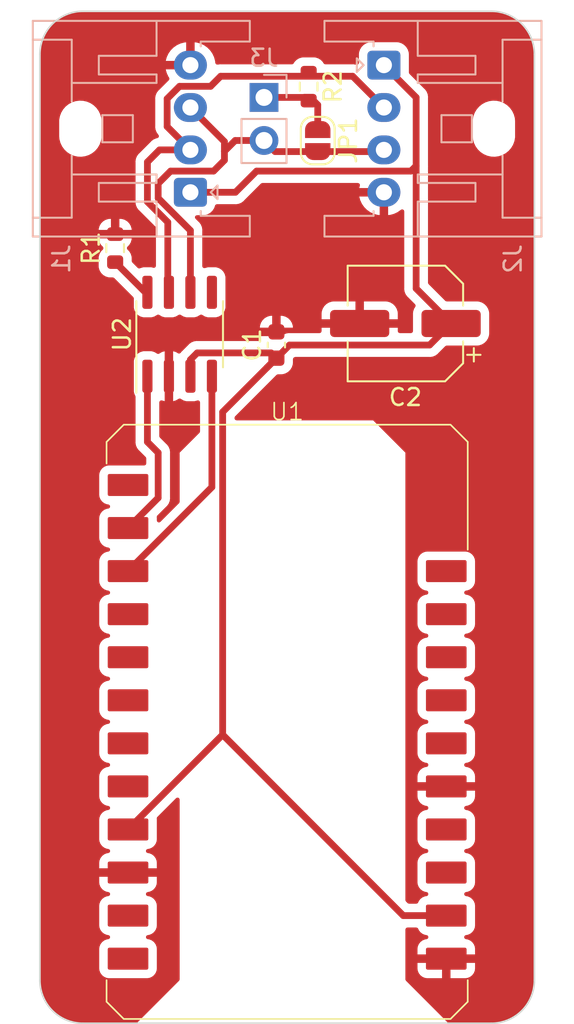
<source format=kicad_pcb>
(kicad_pcb (version 20221018) (generator pcbnew)
  (layers (0 "F.Cu" signal) (31 "B.Cu" signal) (34 "B.Paste" user) (35 "F.Paste" user) (36 "B.SilkS" user "B.Silkscreen") (37 "F.SilkS" user "F.Silkscreen") (38 "B.Mask" user) (39 "F.Mask" user) (44 "Edge.Cuts" user))
  (net 0 "")
  (net 1 "+5V")
  (net 2 "GND")
  (net 3 "/CAN_H")
  (net 4 "/CAN_L")
  (net 5 "Net-(J3-Pin_1)")
  (net 6 "Net-(U2-Rs)")
  (net 8 "/CAN_RX")
  (net 9 "/CAN_TX")
  (footprint "Package_SO:SOIC-8_3.9x4.9mm_P1.27mm" (layer "F.Cu") (at 135.89 81.28 90)
    (fp_text reference "U2" (at 0 -3.4 90) (layer "F.SilkS"))
    (fp_text value "MCP2551-I-SN")
    (fp_line (start 0 -2.56) (end -3.45 -2.56) (stroke (width 0.12)) (layer "F.SilkS"))
    (fp_line (start 0 -2.56) (end 1.95 -2.56) (stroke (width 0.12)) (layer "F.SilkS"))
    (fp_line (start 0 2.56) (end -1.95 2.56) (stroke (width 0.12)) (layer "F.SilkS"))
    (fp_line (start 0 2.56) (end 1.95 2.56) (stroke (width 0.12)) (layer "F.SilkS"))
    (pad "1" smd roundrect (at -2.475 -1.905 90) (size 1.95 0.6) (layers "F.Cu" "F.Paste" "F.Mask") (net 9 "/CAN_TX"))
    (pad "2" smd roundrect (at -2.475 -0.635 90) (size 1.95 0.6) (layers "F.Cu" "F.Paste" "F.Mask") (net 2 "GND"))
    (pad "3" smd roundrect (at -2.475 0.635 90) (size 1.95 0.6) (layers "F.Cu" "F.Paste" "F.Mask") (net 1 "+5V"))
    (pad "4" smd roundrect (at -2.475 1.905 90) (size 1.95 0.6) (layers "F.Cu" "F.Paste" "F.Mask") (net 8 "/CAN_RX"))
    (pad "5" smd roundrect (at 2.475 1.905 90) (size 1.95 0.6) (layers "F.Cu" "F.Paste" "F.Mask"))
    (pad "6" smd roundrect (at 2.475 0.635 90) (size 1.95 0.6) (layers "F.Cu" "F.Paste" "F.Mask") (net 4 "/CAN_L"))
    (pad "7" smd roundrect (at 2.475 -0.635 90) (size 1.95 0.6) (layers "F.Cu" "F.Paste" "F.Mask") (net 3 "/CAN_H"))
    (pad "8" smd roundrect (at 2.475 -1.905 90) (size 1.95 0.6) (layers "F.Cu" "F.Paste" "F.Mask") (net 6 "Net-(U2-Rs)"))
  )
  (footprint "Jumper:SolderJumper-2_P1.3mm_Open_RoundedPad1.0x1.5mm" (layer "F.Cu") (at 144.0475 69.855 -90)
    (fp_text reference "JP1" (at 0 -1.8 90) (layer "F.SilkS"))
    (fp_text value "SolderJumper_2_Open")
    (fp_line (start -1.4 0.3) (end -1.4 -0.3) (stroke (width 0.12)) (layer "F.SilkS"))
    (fp_line (start -0.7 -1) (end 0.7 -1) (stroke (width 0.12)) (layer "F.SilkS"))
    (fp_line (start 0.7 1) (end -0.7 1) (stroke (width 0.12)) (layer "F.SilkS"))
    (fp_line (start 1.4 -0.3) (end 1.4 0.3) (stroke (width 0.12)) (layer "F.SilkS"))
    (fp_arc (start -1.4 -0.3) (mid -1.194975 -0.794975) (end -0.7 -1) (stroke (width 0.12)) (layer "F.SilkS"))
    (fp_arc (start -0.7 1) (mid -1.194975 0.794975) (end -1.4 0.3) (stroke (width 0.12)) (layer "F.SilkS"))
    (fp_arc (start 0.7 -1) (mid 1.194975 -0.794975) (end 1.4 -0.3) (stroke (width 0.12)) (layer "F.SilkS"))
    (fp_arc (start 1.4 0.3) (mid 1.194975 0.794975) (end 0.7 1) (stroke (width 0.12)) (layer "F.SilkS"))
    (pad "1" smd custom (at -0.65 0 270) (size 1 0.5) (layers "F.Cu" "F.Mask") (net 5 "Net-(J3-Pin_1)") (options (clearance outline) (anchor rect)) (primitives (gr_circle (center 0 0.25) (end 0.5 0.25) (width 0) (fill yes)) (gr_circle (center 0 -0.25) (end 0.5 -0.25) (width 0) (fill yes)) (gr_poly (pts (xy 0.5 0.75) (xy 0 0.75) (xy 0 -0.75) (xy 0.5 -0.75)) (width 0) (fill yes))))
    (pad "2" smd custom (at 0.65 0 270) (size 1 0.5) (layers "F.Cu" "F.Mask") (net 4 "/CAN_L") (options (clearance outline) (anchor rect)) (primitives (gr_circle (center 0 0.25) (end 0.5 0.25) (width 0) (fill yes)) (gr_circle (center 0 -0.25) (end 0.5 -0.25) (width 0) (fill yes)) (gr_poly (pts (xy 0 0.75) (xy -0.5 0.75) (xy -0.5 -0.75) (xy 0 -0.75)) (width 0) (fill yes))))
  )
  (footprint "Boad_dev:M5STAMP-C3C3U_SMD" (layer "F.Cu") (at 142.24 104.14)
    (fp_text reference "U1" (at 0 -18.288 unlocked) (layer "F.SilkS") (effects (font (thickness 0.1))))
    (fp_text value "M5STAMP-C3/C3U")
    (fp_line (start -10.668 -16.51) (end -9.652 -17.526) (stroke (width 0.1)) (layer "F.SilkS"))
    (fp_line (start -10.668 -15.24) (end -10.668 -16.51) (stroke (width 0.1)) (layer "F.SilkS"))
    (fp_line (start -10.668 16.51) (end -10.668 15.24) (stroke (width 0.1)) (layer "F.SilkS"))
    (fp_line (start -9.652 -17.526) (end 9.652 -17.526) (stroke (width 0.1)) (layer "F.SilkS"))
    (fp_line (start -9.652 17.526) (end -10.668 16.51) (stroke (width 0.1)) (layer "F.SilkS"))
    (fp_line (start 9.652 -17.526) (end 10.668 -16.51) (stroke (width 0.1)) (layer "F.SilkS"))
    (fp_line (start 9.652 17.526) (end -9.652 17.526) (stroke (width 0.1)) (layer "F.SilkS"))
    (fp_line (start 10.668 -16.51) (end 10.668 -10.16) (stroke (width 0.1)) (layer "F.SilkS"))
    (fp_line (start 10.668 15.24) (end 10.668 16.51) (stroke (width 0.1)) (layer "F.SilkS"))
    (fp_line (start 10.668 16.51) (end 9.652 17.526) (stroke (width 0.1)) (layer "F.SilkS"))
    (pad "1" smd roundrect (at -9.4 -13.97) (size 2.4 1.3) (layers "F.Cu" "F.Paste" "F.Mask") (roundrect_rratio 0.07692307692))
    (pad "2" smd roundrect (at -9.4 -11.43) (size 2.4 1.3) (layers "F.Cu" "F.Paste" "F.Mask") (roundrect_rratio 0.07692307692) (net 9 "/CAN_TX"))
    (pad "3" smd roundrect (at -9.4 -8.89) (size 2.4 1.3) (layers "F.Cu" "F.Paste" "F.Mask") (roundrect_rratio 0.07692307692) (net 8 "/CAN_RX"))
    (pad "4" smd roundrect (at -9.4 -6.35) (size 2.4 1.3) (layers "F.Cu" "F.Paste" "F.Mask") (roundrect_rratio 0.07692307692))
    (pad "5" smd roundrect (at -9.4 -3.81) (size 2.4 1.3) (layers "F.Cu" "F.Paste" "F.Mask") (roundrect_rratio 0.07692307692))
    (pad "6" smd roundrect (at -9.4 -1.27) (size 2.4 1.3) (layers "F.Cu" "F.Paste" "F.Mask") (roundrect_rratio 0.07692307692))
    (pad "7" smd roundrect (at -9.4 1.27) (size 2.4 1.3) (layers "F.Cu" "F.Paste" "F.Mask") (roundrect_rratio 0.07692307692))
    (pad "8" smd roundrect (at -9.4 3.81) (size 2.4 1.3) (layers "F.Cu" "F.Paste" "F.Mask") (roundrect_rratio 0.07692307692))
    (pad "9" smd roundrect (at -9.4 6.35) (size 2.4 1.3) (layers "F.Cu" "F.Paste" "F.Mask") (roundrect_rratio 0.07692307692) (net 1 "+5V"))
    (pad "10" smd roundrect (at -9.4 8.89) (size 2.4 1.3) (layers "F.Cu" "F.Paste" "F.Mask") (roundrect_rratio 0.07692307692) (net 2 "GND"))
    (pad "11" smd roundrect (at -9.4 11.43) (size 2.4 1.3) (layers "F.Cu" "F.Paste" "F.Mask") (roundrect_rratio 0.07692307692))
    (pad "12" smd roundrect (at -9.4 13.97) (size 2.4 1.3) (layers "F.Cu" "F.Paste" "F.Mask") (roundrect_rratio 0.07692307692))
    (pad "13" smd roundrect (at 9.4 13.97) (size 2.4 1.3) (layers "F.Cu" "F.Paste" "F.Mask") (roundrect_rratio 0.07692307692) (net 2 "GND"))
    (pad "14" smd roundrect (at 9.4 11.43) (size 2.4 1.3) (layers "F.Cu" "F.Paste" "F.Mask") (roundrect_rratio 0.07692307692) (net 1 "+5V"))
    (pad "15" smd roundrect (at 9.4 8.89) (size 2.4 1.3) (layers "F.Cu" "F.Paste" "F.Mask") (roundrect_rratio 0.07692307692))
    (pad "16" smd roundrect (at 9.4 6.35) (size 2.4 1.3) (layers "F.Cu" "F.Paste" "F.Mask") (roundrect_rratio 0.07692307692))
    (pad "17" smd roundrect (at 9.4 3.81) (size 2.4 1.3) (layers "F.Cu" "F.Paste" "F.Mask") (roundrect_rratio 0.07692307692) (net 2 "GND"))
    (pad "18" smd roundrect (at 9.4 1.27) (size 2.4 1.3) (layers "F.Cu" "F.Paste" "F.Mask") (roundrect_rratio 0.07692307692))
    (pad "19" smd roundrect (at 9.4 -1.27) (size 2.4 1.3) (layers "F.Cu" "F.Paste" "F.Mask") (roundrect_rratio 0.07692307692))
    (pad "20" smd roundrect (at 9.4 -3.81) (size 2.4 1.3) (layers "F.Cu" "F.Paste" "F.Mask") (roundrect_rratio 0.07692307692))
    (pad "21" smd roundrect (at 9.4 -6.35) (size 2.4 1.3) (layers "F.Cu" "F.Paste" "F.Mask") (roundrect_rratio 0.07692307692))
    (pad "22" smd roundrect (at 9.4 -8.89) (size 2.4 1.3) (layers "F.Cu" "F.Paste" "F.Mask") (roundrect_rratio 0.07692307692))
  )
  (footprint "Resistor_SMD:R_0603_1608Metric" (layer "F.Cu") (at 132.08 76.2 90)
    (fp_text reference "R1" (at 0 -1.43 90) (layer "F.SilkS"))
    (fp_text value "10k")
    (fp_line (start -0.237258 -0.5225) (end 0.237258 -0.5225) (stroke (width 0.12)) (layer "F.SilkS"))
    (fp_line (start -0.237258 0.5225) (end 0.237258 0.5225) (stroke (width 0.12)) (layer "F.SilkS"))
    (pad "1" smd roundrect (at -0.825 0 90) (size 0.8 0.95) (layers "F.Cu" "F.Paste" "F.Mask") (net 6 "Net-(U2-Rs)"))
    (pad "2" smd roundrect (at 0.825 0 90) (size 0.8 0.95) (layers "F.Cu" "F.Paste" "F.Mask") (net 2 "GND"))
  )
  (footprint "Capacitor_SMD:C_0603_1608Metric" (layer "F.Cu") (at 141.605 81.915 90)
    (fp_text reference "C1" (at 0 -1.43 90) (layer "F.SilkS"))
    (fp_text value "0.1u")
    (fp_line (start -0.14058 -0.51) (end 0.14058 -0.51) (stroke (width 0.12)) (layer "F.SilkS"))
    (fp_line (start -0.14058 0.51) (end 0.14058 0.51) (stroke (width 0.12)) (layer "F.SilkS"))
    (pad "1" smd roundrect (at -0.775 0 90) (size 0.9 0.95) (layers "F.Cu" "F.Paste" "F.Mask") (net 1 "+5V"))
    (pad "2" smd roundrect (at 0.775 0 90) (size 0.9 0.95) (layers "F.Cu" "F.Paste" "F.Mask") (net 2 "GND"))
  )
  (footprint "Resistor_SMD:R_0603_1608Metric" (layer "F.Cu") (at 143.51 66.675 -90)
    (fp_text reference "R2" (at 0 -1.43 90) (layer "F.SilkS"))
    (fp_text value "120")
    (fp_line (start -0.237258 -0.5225) (end 0.237258 -0.5225) (stroke (width 0.12)) (layer "F.SilkS"))
    (fp_line (start -0.237258 0.5225) (end 0.237258 0.5225) (stroke (width 0.12)) (layer "F.SilkS"))
    (pad "1" smd roundrect (at -0.825 0 270) (size 0.8 0.95) (layers "F.Cu" "F.Paste" "F.Mask") (net 3 "/CAN_H"))
    (pad "2" smd roundrect (at 0.825 0 270) (size 0.8 0.95) (layers "F.Cu" "F.Paste" "F.Mask") (net 5 "Net-(J3-Pin_1)"))
  )
  (footprint "Capacitor_SMD:CP_Elec_6.3x7.7" (layer "F.Cu") (at 149.225 80.645 180)
    (fp_text reference "C2" (at 0 -4.35) (layer "F.SilkS"))
    (fp_text value "47u")
    (fp_line (start -4.4375 -1.8475) (end -3.65 -1.8475) (stroke (width 0.12)) (layer "F.SilkS"))
    (fp_line (start -4.04375 -2.24125) (end -4.04375 -1.45375) (stroke (width 0.12)) (layer "F.SilkS"))
    (fp_line (start -3.41 -2.345563) (end -3.41 -1.06) (stroke (width 0.12)) (layer "F.SilkS"))
    (fp_line (start -3.41 -2.345563) (end -2.345563 -3.41) (stroke (width 0.12)) (layer "F.SilkS"))
    (fp_line (start -3.41 2.345563) (end -3.41 1.06) (stroke (width 0.12)) (layer "F.SilkS"))
    (fp_line (start -3.41 2.345563) (end -2.345563 3.41) (stroke (width 0.12)) (layer "F.SilkS"))
    (fp_line (start -2.345563 -3.41) (end 3.41 -3.41) (stroke (width 0.12)) (layer "F.SilkS"))
    (fp_line (start -2.345563 3.41) (end 3.41 3.41) (stroke (width 0.12)) (layer "F.SilkS"))
    (fp_line (start 3.41 -3.41) (end 3.41 -1.06) (stroke (width 0.12)) (layer "F.SilkS"))
    (fp_line (start 3.41 3.41) (end 3.41 1.06) (stroke (width 0.12)) (layer "F.SilkS"))
    (pad "1" smd roundrect (at -2.7 0 180) (size 3.5 1.6) (layers "F.Cu" "F.Paste" "F.Mask") (roundrect_rratio 0.15625) (net 1 "+5V"))
    (pad "2" smd roundrect (at 2.7 0 180) (size 3.5 1.6) (layers "F.Cu" "F.Paste" "F.Mask") (roundrect_rratio 0.15625) (net 2 "GND"))
  )
  (footprint "Connector_JST:JST_XA_S04B-XASK-1_1x04_P2.50mm_Horizontal" (layer "B.Cu") (at 136.525 72.905 90)
    (fp_text reference "J1" (at -3.93 -7.62 90) (layer "B.SilkS") (effects (justify mirror)))
    (fp_text value "Conn_01x04_Socket")
    (fp_line (start -2.61 -9.31) (end 10.11 -9.31) (stroke (width 0.12)) (layer "B.SilkS"))
    (fp_line (start -2.61 3.51) (end -2.61 -9.31) (stroke (width 0.12)) (layer "B.SilkS"))
    (fp_line (start -1.5 -9.31) (end -1.5 -7.01) (stroke (width 0.12)) (layer "B.SilkS"))
    (fp_line (start -1.5 -7.01) (end 2.15 -7.01) (stroke (width 0.12)) (layer "B.SilkS"))
    (fp_line (start -1.39 0.61) (end -1.39 3.51) (stroke (width 0.12)) (layer "B.SilkS"))
    (fp_line (start -1.39 3.51) (end -2.61 3.51) (stroke (width 0.12)) (layer "B.SilkS"))
    (fp_line (start -1.11 0.61) (end -1.39 0.61) (stroke (width 0.12)) (layer "B.SilkS"))
    (fp_line (start -0.55 -5.41) (end -0.55 -2) (stroke (width 0.12)) (layer "B.SilkS"))
    (fp_line (start -0.55 -2) (end -2.61 -2) (stroke (width 0.12)) (layer "B.SilkS"))
    (fp_line (start -0.4 1.6) (end 0.4 1.6) (stroke (width 0.12)) (layer "B.SilkS"))
    (fp_line (start 0 1.2) (end -0.4 1.6) (stroke (width 0.12)) (layer "B.SilkS"))
    (fp_line (start 0.4 1.6) (end 0 1.2) (stroke (width 0.12)) (layer "B.SilkS"))
    (fp_line (start 0.55 -5.41) (end -0.55 -5.41) (stroke (width 0.12)) (layer "B.SilkS"))
    (fp_line (start 0.55 -2) (end 0.55 -5.41) (stroke (width 0.12)) (layer "B.SilkS"))
    (fp_line (start 1.05 -7.01) (end 1.05 -2) (stroke (width 0.12)) (layer "B.SilkS"))
    (fp_line (start 1.05 -2) (end 0.55 -2) (stroke (width 0.12)) (layer "B.SilkS"))
    (fp_line (start 2.95 -5.2) (end 2.95 -3.4) (stroke (width 0.12)) (layer "B.SilkS"))
    (fp_line (start 2.95 -3.4) (end 4.55 -3.4) (stroke (width 0.12)) (layer "B.SilkS"))
    (fp_line (start 4.55 -5.2) (end 2.95 -5.2) (stroke (width 0.12)) (layer "B.SilkS"))
    (fp_line (start 4.55 -3.4) (end 4.55 -5.2) (stroke (width 0.12)) (layer "B.SilkS"))
    (fp_line (start 5.35 -7.01) (end 9 -7.01) (stroke (width 0.12)) (layer "B.SilkS"))
    (fp_line (start 6.45 -7.01) (end 6.45 -2) (stroke (width 0.12)) (layer "B.SilkS"))
    (fp_line (start 6.45 -2) (end 6.95 -2) (stroke (width 0.12)) (layer "B.SilkS"))
    (fp_line (start 6.95 -5.41) (end 8.05 -5.41) (stroke (width 0.12)) (layer "B.SilkS"))
    (fp_line (start 6.95 -2) (end 6.95 -5.41) (stroke (width 0.12)) (layer "B.SilkS"))
    (fp_line (start 8.05 -5.41) (end 8.05 -2) (stroke (width 0.12)) (layer "B.SilkS"))
    (fp_line (start 8.05 -2) (end 10.11 -2) (stroke (width 0.12)) (layer "B.SilkS"))
    (fp_line (start 8.89 0.61) (end 8.61 0.61) (stroke (width 0.12)) (layer "B.SilkS"))
    (fp_line (start 8.89 3.51) (end 8.89 0.61) (stroke (width 0.12)) (layer "B.SilkS"))
    (fp_line (start 9 -7.01) (end 9 -9.31) (stroke (width 0.12)) (layer "B.SilkS"))
    (fp_line (start 10.11 -9.31) (end 10.11 3.51) (stroke (width 0.12)) (layer "B.SilkS"))
    (fp_line (start 10.11 3.51) (end 8.89 3.51) (stroke (width 0.12)) (layer "B.SilkS"))
    (pad "" np_thru_hole oval (at 3.75 -6.5 90) (size 2.8 2) (drill oval 2.8 2) (layers "*.Cu" "*.Mask"))
    (pad "1" thru_hole roundrect (at 0 0 90) (size 1.7 1.95) (drill 0.95) (layers "*.Cu" "*.Mask") (roundrect_rratio 0.1470588235) (net 1 "+5V"))
    (pad "2" thru_hole oval (at 2.5 0 90) (size 1.7 1.95) (drill 0.95) (layers "*.Cu" "*.Mask") (net 3 "/CAN_H"))
    (pad "3" thru_hole oval (at 5 0 90) (size 1.7 1.95) (drill 0.95) (layers "*.Cu" "*.Mask") (net 4 "/CAN_L"))
    (pad "4" thru_hole oval (at 7.5 0 90) (size 1.7 1.95) (drill 0.95) (layers "*.Cu" "*.Mask") (net 2 "GND"))
  )
  (footprint "Connector_PinHeader_2.54mm:PinHeader_1x02_P2.54mm_Vertical" (layer "B.Cu") (at 140.8725 67.31 180)
    (fp_text reference "J3" (at 0 2.33) (layer "B.SilkS") (effects (justify mirror)))
    (fp_text value "Conn_01x02_Pin")
    (fp_line (start -1.33 -3.87) (end 1.33 -3.87) (stroke (width 0.12)) (layer "B.SilkS"))
    (fp_line (start -1.33 -1.27) (end -1.33 -3.87) (stroke (width 0.12)) (layer "B.SilkS"))
    (fp_line (start -1.33 -1.27) (end 1.33 -1.27) (stroke (width 0.12)) (layer "B.SilkS"))
    (fp_line (start -1.33 0) (end -1.33 1.33) (stroke (width 0.12)) (layer "B.SilkS"))
    (fp_line (start -1.33 1.33) (end 0 1.33) (stroke (width 0.12)) (layer "B.SilkS"))
    (fp_line (start 1.33 -1.27) (end 1.33 -3.87) (stroke (width 0.12)) (layer "B.SilkS"))
    (pad "1" thru_hole rect (at 0 0 180) (size 1.7 1.7) (drill 1) (layers "*.Cu" "*.Mask") (net 5 "Net-(J3-Pin_1)"))
    (pad "2" thru_hole oval (at 0 -2.54 180) (size 1.7 1.7) (drill 1) (layers "*.Cu" "*.Mask") (net 4 "/CAN_L"))
  )
  (footprint "Connector_JST:JST_XA_S04B-XASK-1_1x04_P2.50mm_Horizontal" (layer "B.Cu") (at 147.955 65.405 -90)
    (fp_text reference "J2" (at 11.43 -7.62 90) (layer "B.SilkS") (effects (justify mirror)))
    (fp_text value "Conn_01x04_Socket")
    (fp_line (start -2.61 -9.31) (end 10.11 -9.31) (stroke (width 0.12)) (layer "B.SilkS"))
    (fp_line (start -2.61 3.51) (end -2.61 -9.31) (stroke (width 0.12)) (layer "B.SilkS"))
    (fp_line (start -1.5 -9.31) (end -1.5 -7.01) (stroke (width 0.12)) (layer "B.SilkS"))
    (fp_line (start -1.5 -7.01) (end 2.15 -7.01) (stroke (width 0.12)) (layer "B.SilkS"))
    (fp_line (start -1.39 0.61) (end -1.39 3.51) (stroke (width 0.12)) (layer "B.SilkS"))
    (fp_line (start -1.39 3.51) (end -2.61 3.51) (stroke (width 0.12)) (layer "B.SilkS"))
    (fp_line (start -1.11 0.61) (end -1.39 0.61) (stroke (width 0.12)) (layer "B.SilkS"))
    (fp_line (start -0.55 -5.41) (end -0.55 -2) (stroke (width 0.12)) (layer "B.SilkS"))
    (fp_line (start -0.55 -2) (end -2.61 -2) (stroke (width 0.12)) (layer "B.SilkS"))
    (fp_line (start -0.4 1.6) (end 0.4 1.6) (stroke (width 0.12)) (layer "B.SilkS"))
    (fp_line (start 0 1.2) (end -0.4 1.6) (stroke (width 0.12)) (layer "B.SilkS"))
    (fp_line (start 0.4 1.6) (end 0 1.2) (stroke (width 0.12)) (layer "B.SilkS"))
    (fp_line (start 0.55 -5.41) (end -0.55 -5.41) (stroke (width 0.12)) (layer "B.SilkS"))
    (fp_line (start 0.55 -2) (end 0.55 -5.41) (stroke (width 0.12)) (layer "B.SilkS"))
    (fp_line (start 1.05 -7.01) (end 1.05 -2) (stroke (width 0.12)) (layer "B.SilkS"))
    (fp_line (start 1.05 -2) (end 0.55 -2) (stroke (width 0.12)) (layer "B.SilkS"))
    (fp_line (start 2.95 -5.2) (end 2.95 -3.4) (stroke (width 0.12)) (layer "B.SilkS"))
    (fp_line (start 2.95 -3.4) (end 4.55 -3.4) (stroke (width 0.12)) (layer "B.SilkS"))
    (fp_line (start 4.55 -5.2) (end 2.95 -5.2) (stroke (width 0.12)) (layer "B.SilkS"))
    (fp_line (start 4.55 -3.4) (end 4.55 -5.2) (stroke (width 0.12)) (layer "B.SilkS"))
    (fp_line (start 5.35 -7.01) (end 9 -7.01) (stroke (width 0.12)) (layer "B.SilkS"))
    (fp_line (start 6.45 -7.01) (end 6.45 -2) (stroke (width 0.12)) (layer "B.SilkS"))
    (fp_line (start 6.45 -2) (end 6.95 -2) (stroke (width 0.12)) (layer "B.SilkS"))
    (fp_line (start 6.95 -5.41) (end 8.05 -5.41) (stroke (width 0.12)) (layer "B.SilkS"))
    (fp_line (start 6.95 -2) (end 6.95 -5.41) (stroke (width 0.12)) (layer "B.SilkS"))
    (fp_line (start 8.05 -5.41) (end 8.05 -2) (stroke (width 0.12)) (layer "B.SilkS"))
    (fp_line (start 8.05 -2) (end 10.11 -2) (stroke (width 0.12)) (layer "B.SilkS"))
    (fp_line (start 8.89 0.61) (end 8.61 0.61) (stroke (width 0.12)) (layer "B.SilkS"))
    (fp_line (start 8.89 3.51) (end 8.89 0.61) (stroke (width 0.12)) (layer "B.SilkS"))
    (fp_line (start 9 -7.01) (end 9 -9.31) (stroke (width 0.12)) (layer "B.SilkS"))
    (fp_line (start 10.11 -9.31) (end 10.11 3.51) (stroke (width 0.12)) (layer "B.SilkS"))
    (fp_line (start 10.11 3.51) (end 8.89 3.51) (stroke (width 0.12)) (layer "B.SilkS"))
    (pad "" np_thru_hole oval (at 3.75 -6.5 270) (size 2.8 2) (drill oval 2.8 2) (layers "*.Cu" "*.Mask"))
    (pad "1" thru_hole roundrect (at 0 0 270) (size 1.7 1.95) (drill 0.95) (layers "*.Cu" "*.Mask") (roundrect_rratio 0.1470588235) (net 1 "+5V"))
    (pad "2" thru_hole oval (at 2.5 0 270) (size 1.7 1.95) (drill 0.95) (layers "*.Cu" "*.Mask") (net 3 "/CAN_H"))
    (pad "3" thru_hole oval (at 5 0 270) (size 1.7 1.95) (drill 0.95) (layers "*.Cu" "*.Mask") (net 4 "/CAN_L"))
    (pad "4" thru_hole oval (at 7.5 0 270) (size 1.7 1.95) (drill 0.95) (layers "*.Cu" "*.Mask") (net 2 "GND"))
  )
  (gr_arc (start 154.305 62.23) (mid 156.101051 62.973949) (end 156.845 64.77) (stroke (width 0.1)) (layer "Edge.Cuts"))
  (gr_line (start 127.635 64.77) (end 127.635 119.38) (stroke (width 0.1)) (layer "Edge.Cuts"))
  (gr_arc (start 156.845 119.38) (mid 156.101051 121.176051) (end 154.305 121.92) (stroke (width 0.1)) (layer "Edge.Cuts"))
  (gr_line (start 154.305 62.23) (end 130.175 62.23) (stroke (width 0.1)) (layer "Edge.Cuts"))
  (gr_arc (start 130.175 121.92) (mid 128.378949 121.176051) (end 127.635 119.38) (stroke (width 0.1)) (layer "Edge.Cuts"))
  (gr_line (start 156.845 119.38) (end 156.845 64.77) (stroke (width 0.1)) (layer "Edge.Cuts"))
  (gr_line (start 130.175 121.92) (end 154.305 121.92) (stroke (width 0.1)) (layer "Edge.Cuts"))
  (gr_arc (start 127.635 64.77) (mid 128.378949 62.973949) (end 130.175 62.23) (stroke (width 0.1)) (layer "Edge.Cuts"))
  (segment (start 136.925001 82.38) (end 141.295 82.38) (width 0.4) (layer "F.Cu") (net 1))
  (segment (start 141.04 83.255) (end 141.605 82.69) (width 0.4) (layer "F.Cu") (net 1))
  (segment (start 151.64 115.57) (end 149.1 115.57) (width 0.4) (layer "F.Cu") (net 1))
  (segment (start 149.86 67.31) (end 149.86 71.346596) (width 0.4) (layer "F.Cu") (net 1))
  (segment (start 139.185 72.905) (end 136.525 72.905) (width 0.4) (layer "F.Cu") (net 1))
  (segment (start 141.04 83.255) (end 142.38 81.915) (width 0.4) (layer "F.Cu") (net 1))
  (segment (start 138.43 104.9) (end 138.43 85.865) (width 0.4) (layer "F.Cu") (net 1))
  (segment (start 138.43 85.865) (end 141.04 83.255) (width 0.4) (layer "F.Cu") (net 1))
  (segment (start 132.84 110.49) (end 138.43 104.9) (width 0.4) (layer "F.Cu") (net 1))
  (segment (start 136.525 83.755) (end 136.525 82.780001) (width 0.4) (layer "F.Cu") (net 1))
  (segment (start 136.525 82.780001) (end 136.925001 82.38) (width 0.4) (layer "F.Cu") (net 1))
  (segment (start 149.86 71.346596) (end 149.551596 71.655) (width 0.4) (layer "F.Cu") (net 1))
  (segment (start 150.655 81.915) (end 151.925 80.645) (width 0.4) (layer "F.Cu") (net 1))
  (segment (start 142.38 81.915) (end 150.655 81.915) (width 0.4) (layer "F.Cu") (net 1))
  (segment (start 140.435 71.655) (end 139.185 72.905) (width 0.4) (layer "F.Cu") (net 1))
  (segment (start 141.295 82.38) (end 141.605 82.69) (width 0.4) (layer "F.Cu") (net 1))
  (segment (start 147.955 65.405) (end 149.86 67.31) (width 0.4) (layer "F.Cu") (net 1))
  (segment (start 149.1 115.57) (end 138.43 104.9) (width 0.4) (layer "F.Cu") (net 1))
  (segment (start 149.86 78.58) (end 151.925 80.645) (width 0.4) (layer "F.Cu") (net 1))
  (segment (start 149.551596 71.655) (end 140.435 71.655) (width 0.4) (layer "F.Cu") (net 1))
  (segment (start 149.86 71.346596) (end 149.86 78.58) (width 0.4) (layer "F.Cu") (net 1))
  (segment (start 134.7 70.405) (end 133.985 71.12) (width 0.4) (layer "F.Cu") (net 3))
  (segment (start 138.3125 66.06) (end 146.11 66.06) (width 0.4) (layer "F.Cu") (net 3))
  (segment (start 136.525 70.405) (end 135.15 69.03) (width 0.4) (layer "F.Cu") (net 3))
  (segment (start 137.7175 66.655) (end 138.3125 66.06) (width 0.4) (layer "F.Cu") (net 3))
  (segment (start 135.882233 66.655) (end 137.7175 66.655) (width 0.4) (layer "F.Cu") (net 3))
  (segment (start 133.985 73.464694) (end 135.19 74.669694) (width 0.4) (layer "F.Cu") (net 3))
  (segment (start 135.15 69.03) (end 135.15 67.387233) (width 0.4) (layer "F.Cu") (net 3))
  (segment (start 133.985 71.12) (end 133.985 73.464694) (width 0.4) (layer "F.Cu") (net 3))
  (segment (start 135.19 78.74) (end 135.255 78.805) (width 0.4) (layer "F.Cu") (net 3))
  (segment (start 146.11 66.06) (end 147.955 67.905) (width 0.4) (layer "F.Cu") (net 3))
  (segment (start 135.15 67.387233) (end 135.882233 66.655) (width 0.4) (layer "F.Cu") (net 3))
  (segment (start 135.19 74.669694) (end 135.19 78.74) (width 0.4) (layer "F.Cu") (net 3))
  (segment (start 136.525 70.405) (end 134.7 70.405) (width 0.4) (layer "F.Cu") (net 3))
  (segment (start 139.17 69.85) (end 138.535 70.485) (width 0.4) (layer "F.Cu") (net 4))
  (segment (start 138.535 71.015) (end 137.895 71.655) (width 0.4) (layer "F.Cu") (net 4))
  (segment (start 141.5275 70.505) (end 144.0475 70.505) (width 0.4) (layer "F.Cu") (net 4))
  (segment (start 140.8725 69.85) (end 139.17 69.85) (width 0.4) (layer "F.Cu") (net 4))
  (segment (start 137.895 71.655) (end 135.355 71.655) (width 0.4) (layer "F.Cu") (net 4))
  (segment (start 135.355 71.655) (end 134.62 72.39) (width 0.4) (layer "F.Cu") (net 4))
  (segment (start 140.8725 69.85) (end 141.5275 70.505) (width 0.4) (layer "F.Cu") (net 4))
  (segment (start 138.535 69.915) (end 138.535 70.485) (width 0.4) (layer "F.Cu") (net 4))
  (segment (start 136.525 75.156166) (end 136.525 78.805) (width 0.4) (layer "F.Cu") (net 4))
  (segment (start 144.0475 70.505) (end 147.855 70.505) (width 0.4) (layer "F.Cu") (net 4))
  (segment (start 138.535 70.485) (end 138.535 71.015) (width 0.4) (layer "F.Cu") (net 4))
  (segment (start 147.855 70.505) (end 147.955 70.405) (width 0.4) (layer "F.Cu") (net 4))
  (segment (start 136.525 67.905) (end 138.535 69.915) (width 0.4) (layer "F.Cu") (net 4))
  (segment (start 134.62 72.39) (end 134.62 73.251166) (width 0.4) (layer "F.Cu") (net 4))
  (segment (start 134.62 73.251166) (end 136.525 75.156166) (width 0.4) (layer "F.Cu") (net 4))
  (segment (start 143.6075 67.31) (end 144.0475 67.75) (width 0.4) (layer "F.Cu") (net 5))
  (segment (start 140.8725 67.31) (end 143.6075 67.31) (width 0.4) (layer "F.Cu") (net 5))
  (segment (start 143.6075 67.31) (end 143.51 67.4075) (width 0.4) (layer "F.Cu") (net 5))
  (segment (start 143.51 67.4075) (end 143.51 67.5) (width 0.4) (layer "F.Cu") (net 5))
  (segment (start 144.0475 67.75) (end 144.0475 69.205) (width 0.4) (layer "F.Cu") (net 5))
  (segment (start 133.86 78.805) (end 133.985 78.805) (width 0.4) (layer "F.Cu") (net 6))
  (segment (start 132.08 77.025) (end 133.86 78.805) (width 0.4) (layer "F.Cu") (net 6))
  (segment (start 137.795 90.295) (end 137.795 83.755) (width 0.4) (layer "F.Cu") (net 8))
  (segment (start 132.84 95.25) (end 137.795 90.295) (width 0.4) (layer "F.Cu") (net 8))
  (segment (start 132.84 92.71) (end 134.62 90.93) (width 0.4) (layer "F.Cu") (net 9))
  (segment (start 134.62 88.265) (end 133.985 87.63) (width 0.4) (layer "F.Cu") (net 9))
  (segment (start 134.62 90.93) (end 134.62 88.265) (width 0.4) (layer "F.Cu") (net 9))
  (segment (start 133.985 87.63) (end 133.985 83.755) (width 0.4) (layer "F.Cu") (net 9))
  (zone (net 2) (net_name "GND") (layer "F.Cu") (connect_pads (clearance 0.5)) (min_thickness 0.25) (fill yes (thermal_gap 0.5) (thermal_bridge_width 0.5))
    (polygon (pts (xy 127.635 121.92) (xy 127.635 62.23) (xy 156.845 62.23) (xy 156.845 121.92) (xy 151.765 121.92) (xy 149.225 119.38) (xy 149.225 88.265) (xy 147.32 86.36) (xy 137.795 86.36) (xy 135.89 88.265) (xy 135.89 119.38) (xy 133.35 121.92)))
  )
)
</source>
